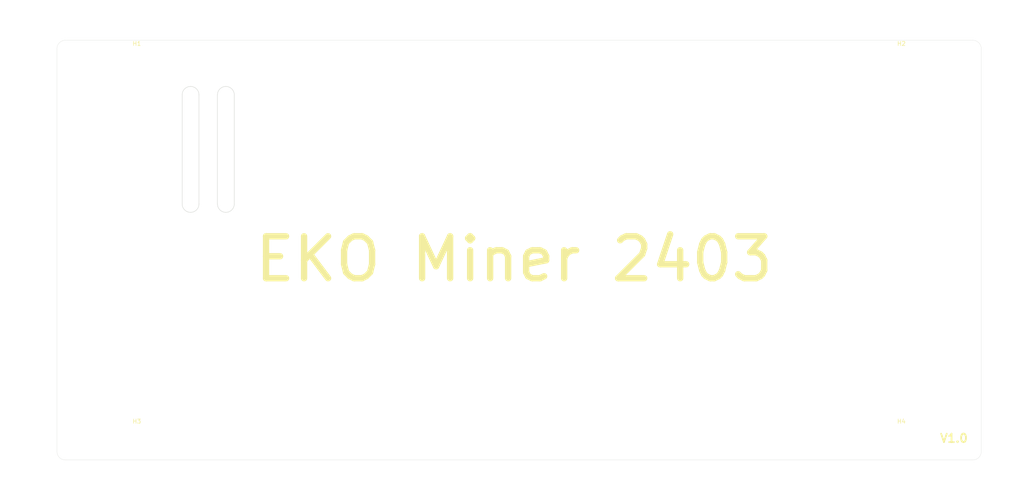
<source format=kicad_pcb>
(kicad_pcb (version 20240108) (generator "pcbnew") (generator_version "8.0")
  (layers (0 "F.Cu" signal) (31 "B.Cu" signal) (34 "B.Paste" user) (35 "F.Paste" user) (36 "B.SilkS" user "B.Silkscreen") (37 "F.SilkS" user "F.Silkscreen") (38 "B.Mask" user) (39 "F.Mask" user) (44 "Edge.Cuts" user))
  (net 0 "")
  (footprint "MountingHole:MountingHole_3.2mm_M3" (layer "F.Cu") (at 241 135)
    (property "Reference" "H4" (at 0 -4.2 0) (layer "F.SilkS"))
    (property "Value" "MountingHole")
    (pad "" np_thru_hole circle (at 0 0) (size 3.2 3.2) (drill 3.2) (layers "*.Cu" "*.Mask"))
  )
  (footprint "MountingHole:MountingHole_3.2mm_M3" (layer "F.Cu") (at 59 135)
    (property "Reference" "H3" (at 0 -4.2 0) (layer "F.SilkS"))
    (property "Value" "MountingHole")
    (pad "" np_thru_hole circle (at 0 0) (size 3.2 3.2) (drill 3.2) (layers "*.Cu" "*.Mask"))
  )
  (footprint "MountingHole:MountingHole_3.2mm_M3" (layer "F.Cu") (at 59 45)
    (property "Reference" "H1" (at 0 -4.2 0) (layer "F.SilkS"))
    (property "Value" "MountingHole")
    (pad "" np_thru_hole circle (at 0 0) (size 3.2 3.2) (drill 3.2) (layers "*.Cu" "*.Mask"))
  )
  (footprint "MountingHole:MountingHole_3.2mm_M3" (layer "F.Cu") (at 241 45)
    (property "Reference" "H2" (at 0 -4.2 0) (layer "F.SilkS"))
    (property "Value" "MountingHole")
    (pad "" np_thru_hole circle (at 0 0) (size 3.2 3.2) (drill 3.2) (layers "*.Cu" "*.Mask"))
  )
  (gr_line (start 258 140) (end 42 140) (stroke (width 0.05)) (layer "Edge.Cuts"))
  (gr_line (start 73.8 53) (end 73.8 79) (stroke (width 0.1)) (layer "Edge.Cuts"))
  (gr_arc (start 71.8 51) (mid 73.214214 51.585786) (end 73.8 53) (stroke (width 0.1)) (layer "Edge.Cuts"))
  (gr_arc (start 78.2 53) (mid 78.785786 51.585786) (end 80.2 51) (stroke (width 0.1)) (layer "Edge.Cuts"))
  (gr_arc (start 71.8 81) (mid 70.385786 80.414214) (end 69.8 79) (stroke (width 0.1)) (layer "Edge.Cuts"))
  (gr_arc (start 40 42) (mid 40.585786 40.585786) (end 42 40) (stroke (width 0.05)) (layer "Edge.Cuts"))
  (gr_arc (start 80.2 51) (mid 81.614214 51.585786) (end 82.2 53) (stroke (width 0.1)) (layer "Edge.Cuts"))
  (gr_arc (start 42 140) (mid 40.585786 139.414214) (end 40 138) (stroke (width 0.05)) (layer "Edge.Cuts"))
  (gr_line (start 82.2 53) (end 82.2 79) (stroke (width 0.1)) (layer "Edge.Cuts"))
  (gr_arc (start 258 40) (mid 259.414214 40.585786) (end 260 42) (stroke (width 0.05)) (layer "Edge.Cuts"))
  (gr_arc (start 73.8 79) (mid 73.214214 80.414214) (end 71.8 81) (stroke (width 0.1)) (layer "Edge.Cuts"))
  (gr_line (start 260 42) (end 260 138) (stroke (width 0.05)) (layer "Edge.Cuts"))
  (gr_line (start 40 138) (end 40 42) (stroke (width 0.05)) (layer "Edge.Cuts"))
  (gr_arc (start 69.8 53) (mid 70.385786 51.585786) (end 71.8 51) (stroke (width 0.1)) (layer "Edge.Cuts"))
  (gr_arc (start 80.2 81) (mid 78.785786 80.414214) (end 78.2 79) (stroke (width 0.1)) (layer "Edge.Cuts"))
  (gr_line (start 42 40) (end 258 40) (stroke (width 0.05)) (layer "Edge.Cuts"))
  (gr_line (start 69.8 79) (end 69.8 53) (stroke (width 0.1)) (layer "Edge.Cuts"))
  (gr_line (start 78.2 79) (end 78.2 53) (stroke (width 0.1)) (layer "Edge.Cuts"))
  (gr_arc (start 82.2 79) (mid 81.614214 80.414214) (end 80.2 81) (stroke (width 0.1)) (layer "Edge.Cuts"))
  (gr_arc (start 260 138) (mid 259.414214 139.414214) (end 258 140) (stroke (width 0.05)) (layer "Edge.Cuts"))
  (gr_text "V1.0" (at 250 136 0) (layer "F.SilkS") (effects (font (size 2 2) (thickness 0.4) (bold yes)) (justify left bottom)))
  (gr_text "EKO Miner 2403" (at 86.4 98 0) (layer "F.SilkS") (effects (font (size 10 10) (thickness 1.5)) (justify left bottom)))
)
</source>
